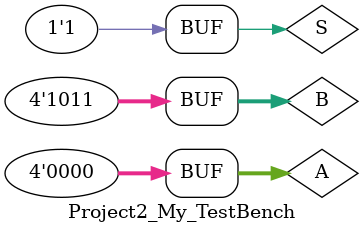
<source format=v>
`timescale 1ns / 1ps


module Project2_My_TestBench;

	// Inputs
	reg [3:0] A;
	reg [3:0] B;
	reg S;

	// Outputs
	wire [6:0] Display;
	wire [3:0] resultOfAddition;
	wire overflowOfAddition;
	wire [3:0] resultOfSubtraction;
	wire overflowOfSubtraction;
	wire [3:0] result;

	// Instantiate the Unit Under Test (UUT)
	AddOrSubtractThenSelectAndDecodedInto7SegmentsDisplay uut (
		.A(A), 
		.B(B), 
		.S(S), 
		.Display(Display), 
		.resultOfAddition(resultOfAddition), 
		.overflowOfAddition(overflowOfAddition), 
		.resultOfSubtraction(resultOfSubtraction), 
		.overflowOfSubtraction(overflowOfSubtraction), 
		.result(result)
	);

	initial begin
		// Initialize Inputs
		
		A = 4'b1111; B = 4'b0000; S = 0; #100;//16-0
		A = 4'b1111; B = 4'b0001; S = 0; #100;//16-1
		A = 4'b1111; B = 4'b0010; S = 0; #100;//16-2
		A = 4'b1111; B = 4'b0011; S = 0; #100;//16-3
		A = 4'b1111; B = 4'b0100; S = 0; #100;//16-4
		A = 4'b1111; B = 4'b0101; S = 0; #100;//16-5
		A = 4'b1111; B = 4'b0110; S = 0; #100;//16-6
		A = 4'b1111; B = 4'b0111; S = 0; #100;//16-7
		A = 4'b1111; B = 4'b1000; S = 0; #100;//16-8
		A = 4'b1111; B = 4'b1001; S = 0; #100;//16-9
		A = 4'b1111; B = 4'b1010; S = 0; #100;//16-10
		A = 4'b1111; B = 4'b1011; S = 0; #100;//16-11
		A = 4'b1111; B = 4'b1100; S = 0; #100;//16-12
		A = 4'b1111; B = 4'b1101; S = 0; #100;//16-13
		A = 4'b1111; B = 4'b1111; S = 0; #100;//16-16
		A = 4'b0000; B = 4'b0001; S = 0; #100;//0-1
		A = 4'b0000; B = 4'b0010; S = 0; #100;//0-2
		A = 4'b0000; B = 4'b0011; S = 0; #100;//0-3
		A = 4'b0000; B = 4'b0100; S = 0; #100;//0-4
		A = 4'b0000; B = 4'b0101; S = 0; #100;//0-5
		A = 4'b0000; B = 4'b0110; S = 0; #100;
		A = 4'b0000; B = 4'b0111; S = 0; #100;
		A = 4'b0000; B = 4'b1000; S = 0; #100;
		A = 4'b0000; B = 4'b1001; S = 0; #100;
		A = 4'b0000; B = 4'b1010; S = 0; #100;
		A = 4'b0000; B = 4'b1011; S = 0; #100;
	
		A = 4'b1111; B = 4'b0000; S = 1; #100;
		A = 4'b1111; B = 4'b0001; S = 1; #100;
		A = 4'b1111; B = 4'b0010; S = 1; #100;
		A = 4'b1111; B = 4'b0011; S = 1; #100;
		A = 4'b1111; B = 4'b0100; S = 1; #100;
		A = 4'b1111; B = 4'b0101; S = 1; #100;
		A = 4'b1111; B = 4'b0110; S = 1; #100;
		A = 4'b1111; B = 4'b0111; S = 1; #100;
		A = 4'b1111; B = 4'b1000; S = 1; #100;
		A = 4'b1111; B = 4'b1001; S = 1; #100;
		A = 4'b1111; B = 4'b1010; S = 1; #100;
		A = 4'b1111; B = 4'b1011; S = 1; #100;
		A = 4'b1111; B = 4'b1100; S = 1; #100;
		A = 4'b1111; B = 4'b1101; S = 1; #100;
		A = 4'b1111; B = 4'b1111; S = 1; #100;
		A = 4'b1111; B = 4'b0000; S = 1; #100;
		A = 4'b1111; B = 4'b0000; S = 1; #100;
		A = 4'b0000; B = 4'b0001; S = 1; #100;
		A = 4'b0000; B = 4'b0010; S = 1; #100;
		A = 4'b0000; B = 4'b0011; S = 1; #100;
		A = 4'b0000; B = 4'b0100; S = 1; #100;
		A = 4'b0000; B = 4'b0101; S = 1; #100;
		A = 4'b0000; B = 4'b0110; S = 1; #100;
		A = 4'b0000; B = 4'b0111; S = 1; #100;
		A = 4'b0000; B = 4'b1000; S = 1; #100;
		A = 4'b0000; B = 4'b1001; S = 1; #100;
		A = 4'b0000; B = 4'b1010; S = 1; #100;
		A = 4'b0000; B = 4'b1011; S = 1; #100;

		// Wait 100 ns for global reset to finish
		
        
		// Add stimulus here

	end
      
endmodule


</source>
